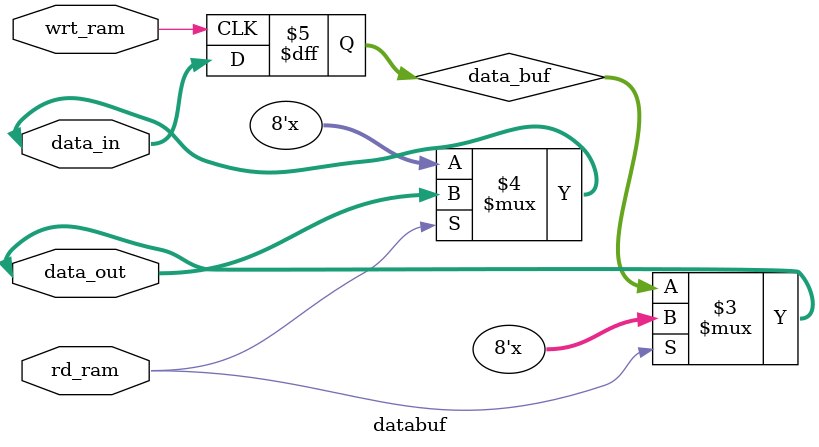
<source format=v>
module databuf( data_in, data_out, rd_ram, wrt_ram);
  input rd_ram, wrt_ram;
  inout [7:0]data_in;
  reg [7:0] data_buf;
  inout [7:0]data_out;
  
  always @ (posedge wrt_ram)
    data_buf = data_in;
  
  
   
  assign data_out = (!rd_ram)?data_buf:8'hzz;
  assign data_in = rd_ram?data_out:8'hzz;
      
endmodule

</source>
